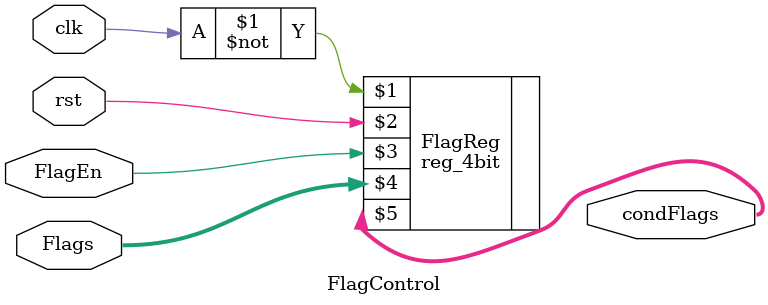
<source format=sv>
module FlagControl(input clk,rst,FlagEn,
						input [3:0] Flags,
						output [3:0] condFlags);
	reg_4bit FlagReg(~clk,rst,FlagEn,Flags,condFlags);
endmodule
</source>
